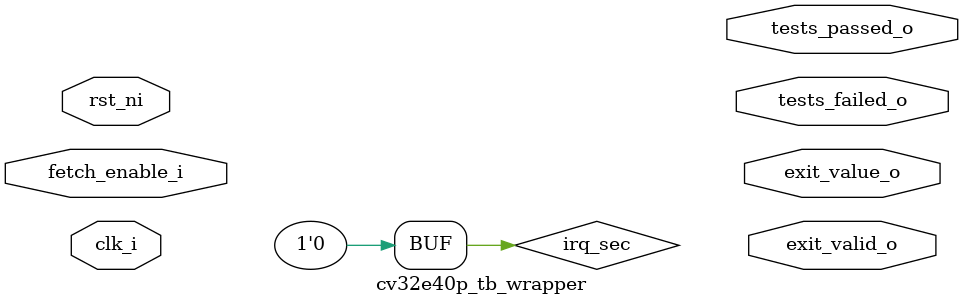
<source format=sv>


module cv32e40p_tb_wrapper
    #(parameter // Parameters used by TB
                INSTR_RDATA_WIDTH = 32,
                RAM_ADDR_WIDTH    = 5,
                BOOT_ADDR         = 'h04,
                DM_HALTADDRESS    = 32'h1A11_0800,
                HART_ID           = 32'h0000_0000,
                // Parameters used by DUT
                PULP_XPULP        = 0,
                PULP_CLUSTER      = 0,
                FPU               = 0,
                PULP_ZFINX        = 0,
                RISC_TOP          = 0,
                NUM_MHPMCOUNTERS  = 1
    )
    (input logic         clk_i,
     input logic         rst_ni,

     input logic         fetch_enable_i,
     output logic        tests_passed_o,
     output logic        tests_failed_o,
     output logic [31:0] exit_value_o,
     output logic        exit_valid_o);

    // signals connecting core to memory
    logic                         instr_req;
    logic                         instr_gnt;
    logic                         instr_rvalid;
    logic [31:0]                  instr_addr;
    logic [INSTR_RDATA_WIDTH-1:0] instr_rdata;

    logic                         data_req;
    logic                         data_gnt;
    logic                         data_rvalid;
    logic [31:0]                  data_addr;
    logic                         data_we;
    logic [3:0]                   data_be;
    logic [31:0]                  data_rdata;
    logic [31:0]                  data_wdata;

    // signals to debug unit
    logic                         debug_req;

    // irq signals (not used)
    logic [0:31]                  irq;
    logic [0:4]                   irq_id_in;
    logic                         irq_ack;
    logic [0:4]                   irq_id_out;
    logic                         irq_sec;

logic uart_rx  ;
logic uart_rx2  ;
logic uart_tx  ;
logic uart_busy;
logic clk_25mhz;

    // interrupts (only timer for now)
    assign irq_sec     = '0;

//    // core log reports parameter usage and illegal instructions to the logfile
//    // MIKET: commenting out as the cv32e40p RTL wrapper does this as well.
//    cv32e40p_core_log
//     #(
//          .PULP_XPULP            ( PULP_XPULP            ),
//          .PULP_CLUSTER          ( PULP_CLUSTER          ),
//          .FPU                   ( FPU                   ),
//          .PULP_ZFINX            ( PULP_ZFINX            ),
//          .NUM_MHPMCOUNTERS      ( NUM_MHPMCOUNTERS      ))
//    core_log_i(
//          .clk_i              ( cv32e40p_core_i.id_stage_i.clk              ),
//          .is_decoding_i      ( cv32e40p_core_i.id_stage_i.is_decoding_o    ),
//          .illegal_insn_dec_i ( cv32e40p_core_i.id_stage_i.illegal_insn_dec ),
//          .hart_id_i          ( cv32e40p_core_i.hart_id_i                   ),
//          .pc_id_i            ( cv32e40p_core_i.pc_id                       )
//      );

    // instantiate the core
    // cv32e40p_core #(
generate 
//    if(RISC_TOP)begin	
	
//    cv32e40p_top #(
//                 .COREV_PULP       (PULP_XPULP),
//                 .COREV_CLUSTER     (PULP_CLUSTER),
//                 .FPU              (FPU),
//                 .ZFINX       (PULP_ZFINX),
//                 .NUM_MHPMCOUNTERS (NUM_MHPMCOUNTERS)
//                )
//    cv32e40p_top_i
//        (
//         .clk_25mhz              ( clk_25mhz                 ),
//         .clk_i                  ( clk_i                 ),
//         .rst_ni                 ( rst_ni                ),

//         .pulp_clock_en_i        ( '1                    ),
//         .scan_cg_en_i           ( '0                    ),

//         .boot_addr_i            ( BOOT_ADDR             ),
//         .dm_halt_addr_i         ( DM_HALTADDRESS        ),
//         .hart_id_i              ( HART_ID               ),

//         .instr_req_o            ( instr_req             ),
//         .instr_gnt_i            ( instr_gnt             ),
//         .instr_rvalid_i         ( instr_rvalid          ),
//         .instr_addr_o           ( instr_addr            ),
//         .instr_rdata_i          ( instr_rdata           ),

//         .data_req_o             ( data_req              ),
//         .data_gnt_i             ( data_gnt              ),
//         .data_rvalid_i          ( data_rvalid           ),
//         .data_we_o              ( data_we               ),
//         .data_be_o              ( data_be               ),
//         .data_addr_o            ( data_addr             ),
//         .data_wdata_o           ( data_wdata            ),
//         .data_rdata_i           ( data_rdata            ),

///*          .apu_req_o              (                       ),
//         .apu_gnt_i              ( 1'b0                  ),
//         .apu_operands_o         (                       ),
//         .apu_op_o               (                       ),
//         .apu_flags_o            (                       ),
//         .apu_rvalid_i           ( 1'b0                  ),
//         .apu_result_i           ( {32{1'b0}}            ),
//         .apu_flags_i            ( {5{1'b0}}             ), // APU_NUSFLAGS_CPU */

//         // Interrupts verified in UVM environment
//         .irq_i                  ( {32{1'b0}}            ),
//         .irq_ack_o              ( irq_ack               ),
//         .irq_id_o               ( irq_id_out            ),

//         .debug_req_i            ( debug_req             ),

//         .fetch_enable_i         ( fetch_enable_i        ),
//         .core_sleep_o           (           ),
//	//UART interface
//	    .uart_rx    (uart_rx  ),
//	    .uart_tx    (uart_tx  ),
//	    .uart_busy  (uart_busy)
//       );

//    // this handles read to RAM and memory mapped pseudo peripherals
//    mm_ram
//        #(.RAM_ADDR_WIDTH (RAM_ADDR_WIDTH),
//          .INSTR_RDATA_WIDTH (INSTR_RDATA_WIDTH))
//    ram_i
//        (.clk_i          ( clk_i                                     ),
//         .rst_ni         ( rst_ni                                    ),
//         .dm_halt_addr_i ( DM_HALTADDRESS                            ),

//         .instr_req_i    ( instr_req                                 ),
//         .instr_addr_i   ( { {31-RAM_ADDR_WIDTH{1'b0}},
//                             instr_addr[RAM_ADDR_WIDTH-1:0]
//                           }                                         ),
//         .instr_rdata_o  ( instr_rdata                               ),
//         .instr_rvalid_o ( instr_rvalid                              ),
//         .instr_gnt_o    ( instr_gnt                                 ),

//         .data_req_i     ( data_req                                  ),
//         .data_addr_i    ( data_addr                                 ),
//         .data_we_i      ( data_we                                   ),
//         .data_be_i      ( data_be                                   ),
//         .data_wdata_i   ( data_wdata                                ),
//         .data_rdata_o   ( data_rdata                                ),
//         .data_rvalid_o  ( data_rvalid                               ),
//         .data_gnt_o     ( data_gnt                                  ),

//         .irq_id_i       ( irq_id_out                                ),
//         .irq_ack_i      ( irq_ack                                   ),
//         .irq_o          ( irq                                       ),

//         .debug_req_o    ( debug_req                                 ),

//         .pc_core_id_i   ( cv32e40p_top_i.core_i.pc_id                     ),

//         .tests_passed_o ( tests_passed_o                            ),
//         .tests_failed_o ( tests_failed_o                            ),
//         .exit_valid_o   ( exit_valid_o                              ),
//         .exit_value_o   ( exit_value_o                              ));
		 
//	end 
	
	endgenerate
    
    cv32e40p_fpga_top #(
                 .COREV_PULP       (PULP_XPULP),
                 .COREV_CLUSTER     (PULP_CLUSTER),
                 .FPU              (FPU),
                 .ZFINX       (PULP_ZFINX),
                 .NUM_MHPMCOUNTERS (NUM_MHPMCOUNTERS)
                )
    cv32e40p_fpga_top_i
        (
         //.clk_25mhz              ( clk_25mhz                 ),
         .clk_i                  ( clk_i                 ),
         .rst_i                 ( !rst_ni                ),


	//UART interface
	    .uart_rx    (uart_rx2  )
	    // .uart_tx    (uart_tx  ),
	    // .uart_busy  (uart_busy)
       );
    // end 	
// endgenerate	
////////////////////////////////////
//DRIVE uart
////////////////////////////////////
drive_uart drive_uart_1(
.clk_25mhz  (clk_25mhz),
.u_uart_rx   (uart_rx)
);
drive_uart drive_uart_2(
// .clk_25mhz  (clk_25mhz),
.u_uart_rx   (uart_rx2)
);

endmodule // cv32e40p_tb_wrapper

</source>
